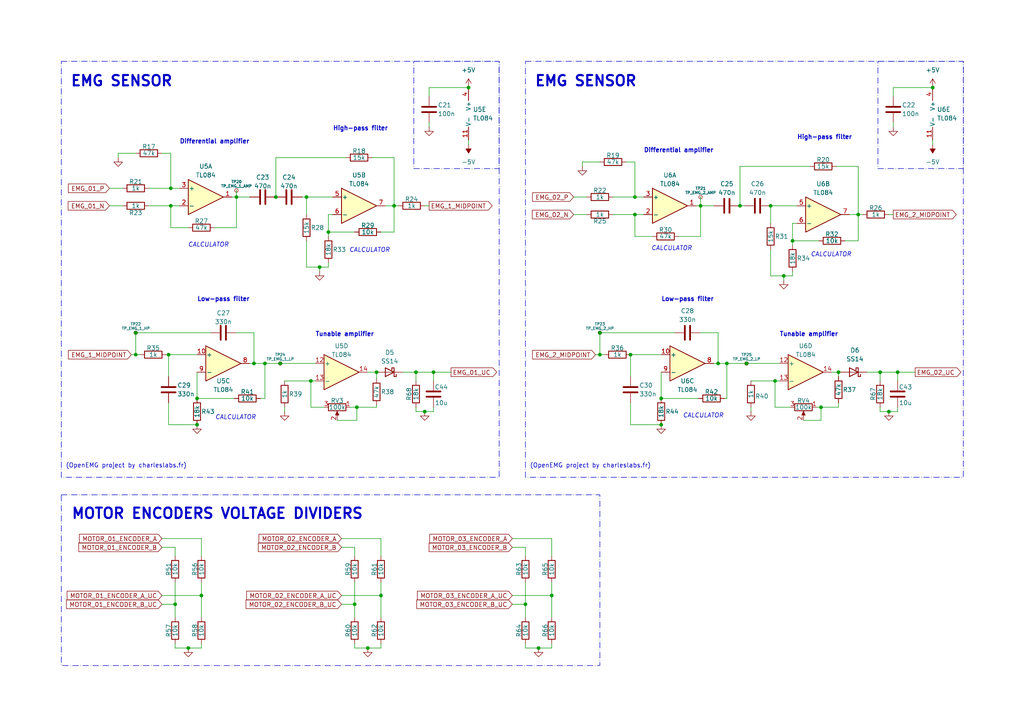
<source format=kicad_sch>
(kicad_sch (version 20231120) (generator "eeschema") (generator_version "8.0")
  (paper "A4")
  (title_block (title "OpenHand prosthetic hand controller project") (date "2024-01-31") (rev "v1.0") (comment 1 "Aleksa Heler"))
  (lib_symbols
    (symbol "Amplifier_Operational:LM324" (pin_names (offset 0.127))
      (property "Reference" "U" (at 0 5.08 0))
      (property "Value" "LM324" (at 0 -5.08 0))
      (symbol "LM324_1_1"
        (polyline (pts (xy -5.08 5.08) (xy 5.08 0) (xy -5.08 -5.08) (xy -5.08 5.08)) (stroke (width 0.254)) (fill (type background)))
        (pin output line (at 7.62 0 180) (length 2.54) (name "~") (number "1"))
        (pin input line (at -7.62 -2.54 0) (length 2.54) (name "-") (number "2"))
        (pin input line (at -7.62 2.54 0) (length 2.54) (name "+") (number "3"))
      )
      (symbol "LM324_2_1"
        (polyline (pts (xy -5.08 5.08) (xy 5.08 0) (xy -5.08 -5.08) (xy -5.08 5.08)) (stroke (width 0.254)) (fill (type background)))
        (pin input line (at -7.62 2.54 0) (length 2.54) (name "+") (number "5"))
        (pin input line (at -7.62 -2.54 0) (length 2.54) (name "-") (number "6"))
        (pin output line (at 7.62 0 180) (length 2.54) (name "~") (number "7"))
      )
      (symbol "LM324_3_1"
        (polyline (pts (xy -5.08 5.08) (xy 5.08 0) (xy -5.08 -5.08) (xy -5.08 5.08)) (stroke (width 0.254)) (fill (type background)))
        (pin input line (at -7.62 2.54 0) (length 2.54) (name "+") (number "10"))
        (pin output line (at 7.62 0 180) (length 2.54) (name "~") (number "8"))
        (pin input line (at -7.62 -2.54 0) (length 2.54) (name "-") (number "9"))
      )
      (symbol "LM324_4_1"
        (polyline (pts (xy -5.08 5.08) (xy 5.08 0) (xy -5.08 -5.08) (xy -5.08 5.08)) (stroke (width 0.254)) (fill (type background)))
        (pin input line (at -7.62 2.54 0) (length 2.54) (name "+") (number "12"))
        (pin input line (at -7.62 -2.54 0) (length 2.54) (name "-") (number "13"))
        (pin output line (at 7.62 0 180) (length 2.54) (name "~") (number "14"))
      )
      (symbol "LM324_5_1"
        (pin power_in line (at -2.54 -7.62 90) (length 3.81) (name "V-") (number "11"))
        (pin power_in line (at -2.54 7.62 270) (length 3.81) (name "V+") (number "4"))
      )
    )
    (symbol "Connector:TestPoint_Small" (pin_numbers hide) (pin_names (offset 0.762) hide)
      (property "Reference" "TP" (at 0 3.81 0))
      (property "Value" "TestPoint_Small" (at 0 2.032 0))
      (symbol "TestPoint_Small_0_1"
        (circle (center 0 0) (radius 0.508))
      )
      (symbol "TestPoint_Small_1_1"
        (pin passive line (at 0 0 90) (length 0) (name "1") (number "1"))
      )
    )
    (symbol "Device:C" (pin_numbers hide) (pin_names (offset 0.254))
      (property "Reference" "C" (at 0.635 2.54 0))
      (property "Value" "C" (at 0.635 -2.54 0))
      (symbol "C_0_1"
        (polyline (pts (xy -2.032 -0.762) (xy 2.032 -0.762)) (stroke (width 0.508)))
        (polyline (pts (xy -2.032 0.762) (xy 2.032 0.762)) (stroke (width 0.508)))
      )
      (symbol "C_1_1"
        (pin passive line (at 0 3.81 270) (length 2.794) (name "~") (number "1"))
        (pin passive line (at 0 -3.81 90) (length 2.794) (name "~") (number "2"))
      )
    )
    (symbol "Device:D_Schottky" (pin_numbers hide) (pin_names (offset 1.016) hide)
      (property "Reference" "D" (at 0 2.54 0))
      (property "Value" "D_Schottky" (at 0 -2.54 0))
      (symbol "D_Schottky_0_1"
        (polyline (pts (xy 1.27 0) (xy -1.27 0)))
        (polyline (pts (xy 1.27 1.27) (xy 1.27 -1.27) (xy -1.27 0) (xy 1.27 1.27)) (stroke (width 0.254)))
        (polyline (pts (xy -1.905 0.635) (xy -1.905 1.27) (xy -1.27 1.27) (xy -1.27 -1.27) (xy -0.635 -1.27) (xy -0.635 -0.635)) (stroke (width 0.254)))
      )
      (symbol "D_Schottky_1_1"
        (pin passive line (at -3.81 0 0) (length 2.54) (name "K") (number "1"))
        (pin passive line (at 3.81 0 180) (length 2.54) (name "A") (number "2"))
      )
    )
    (symbol "Device:R" (pin_numbers hide) (pin_names (offset 0))
      (property "Reference" "R" (at 2.032 0 90))
      (property "Value" "R" (at 0 0 90))
      (symbol "R_0_1"
        (rectangle (start -1.016 -2.54) (end 1.016 2.54) (stroke (width 0.254)))
      )
      (symbol "R_1_1"
        (pin passive line (at 0 3.81 270) (length 1.27) (name "~") (number "1"))
        (pin passive line (at 0 -3.81 90) (length 1.27) (name "~") (number "2"))
      )
    )
    (symbol "Device:R_Potentiometer" (pin_names (offset 1.016) hide)
      (property "Reference" "RV" (at -4.445 0 90))
      (property "Value" "R_Potentiometer" (at -2.54 0 90))
      (symbol "R_Potentiometer_0_1"
        (polyline (pts (xy 2.54 0) (xy 1.524 0)))
        (polyline (pts (xy 1.143 0) (xy 2.286 0.508) (xy 2.286 -0.508) (xy 1.143 0)) (fill (type outline)))
        (rectangle (start 1.016 2.54) (end -1.016 -2.54) (stroke (width 0.254)))
      )
      (symbol "R_Potentiometer_1_1"
        (pin passive line (at 0 3.81 270) (length 1.27) (name "1") (number "1"))
        (pin passive line (at 3.81 0 180) (length 1.27) (name "2") (number "2"))
        (pin passive line (at 0 -3.81 90) (length 1.27) (name "3") (number "3"))
      )
    )
    (symbol "power:+5V" (power) (pin_numbers hide) (pin_names (offset 0) hide)
      (property "Value" "+5V" (at 0 3.556 0))
      (symbol "+5V_0_1"
        (polyline (pts (xy -0.762 1.27) (xy 0 2.54)))
        (polyline (pts (xy 0 0) (xy 0 2.54)))
        (polyline (pts (xy 0 2.54) (xy 0.762 1.27)))
      )
      (symbol "+5V_1_1"
        (pin power_in line (at 0 0 90) (length 0) (name "~") (number "1"))
      )
    )
    (symbol "power:-5V" (power) (pin_names (offset 0))
      (property "Value" "-5V" (at 0 3.81 0))
      (symbol "-5V_0_0"
        (pin power_in line (at 0 0 90) (length 0) hide (name "-5V") (number "1"))
      )
      (symbol "-5V_0_1"
        (polyline (pts (xy 0 0) (xy 0 1.27) (xy 0.762 1.27) (xy 0 2.54) (xy -0.762 1.27) (xy 0 1.27)) (fill (type outline)))
      )
    )
    (symbol "power:GND" (power) (pin_numbers hide) (pin_names (offset 0) hide)
      (property "Value" "GND" (at 0 -3.81 0))
      (symbol "GND_0_1"
        (polyline (pts (xy 0 0) (xy 0 -1.27) (xy 1.27 -1.27) (xy 0 -2.54) (xy -1.27 -1.27) (xy 0 -1.27)))
      )
      (symbol "GND_1_1"
        (pin power_in line (at 0 0 270) (length 0) (name "~") (number "1"))
      )
    )
  )
  (junction (at 227.33 80.01))
  (junction (at 103.505 118.11))
  (junction (at 48.895 102.87))
  (junction (at 208.28 105.41))
  (junction (at 270.51 25.4))
  (junction (at 88.9 57.15))
  (junction (at 229.87 69.85))
  (junction (at 68.58 57.15))
  (junction (at 223.52 59.69))
  (junction (at 123.19 119.38))
  (junction (at 182.88 102.87))
  (junction (at 210.82 105.41))
  (junction (at 135.89 25.4))
  (junction (at 54.61 187.96))
  (junction (at 184.15 57.15))
  (junction (at 191.77 115.57))
  (junction (at 243.205 107.95))
  (junction (at 39.37 102.87))
  (junction (at 184.15 62.23))
  (junction (at 238.125 118.11))
  (junction (at 191.77 123.19))
  (junction (at 109.22 107.95))
  (junction (at 257.81 119.38))
  (junction (at 49.53 59.69))
  (junction (at 73.66 105.41))
  (junction (at 224.79 110.49))
  (junction (at 49.53 54.61))
  (junction (at 156.21 187.96))
  (junction (at 95.25 67.31))
  (junction (at 39.37 96.52))
  (junction (at 152.4 175.26))
  (junction (at 57.15 123.19))
  (junction (at 110.49 172.72))
  (junction (at 173.99 102.87))
  (junction (at 173.99 96.52))
  (junction (at 50.8 175.26))
  (junction (at 260.35 107.95))
  (junction (at 90.17 110.49))
  (junction (at 216.535 105.41))
  (junction (at 76.835 105.41))
  (junction (at 92.71 77.47))
  (junction (at 114.3 59.69))
  (junction (at 81.28 105.41))
  (junction (at 102.87 175.26))
  (junction (at 214.63 59.69))
  (junction (at 248.92 62.23))
  (junction (at 106.68 187.96))
  (junction (at 120.65 107.95))
  (junction (at 80.01 57.15))
  (junction (at 57.15 115.57))
  (junction (at 203.2 59.69))
  (junction (at 58.42 172.72))
  (junction (at 160.02 172.72))
  (junction (at 255.27 107.95))
  (junction (at 125.73 107.95))
  (wire (pts (xy 124.46 59.69) (xy 123.19 59.69)))
  (wire (pts (xy 39.37 102.87) (xy 40.64 102.87)))
  (wire (pts (xy 43.18 59.69) (xy 49.53 59.69)))
  (wire (pts (xy 207.01 105.41) (xy 208.28 105.41)))
  (wire (pts (xy 81.28 105.41) (xy 91.44 105.41)))
  (wire (pts (xy 148.59 156.21) (xy 160.02 156.21)))
  (wire (pts (xy 160.02 187.96) (xy 160.02 186.69)))
  (wire (pts (xy 223.52 80.01) (xy 227.33 80.01)))
  (wire (pts (xy 57.15 115.57) (xy 67.945 115.57)))
  (wire (pts (xy 46.99 44.45) (xy 49.53 44.45)))
  (wire (pts (xy 214.63 48.26) (xy 214.63 59.69)))
  (wire (pts (xy 102.87 186.69) (xy 102.87 187.96)))
  (wire (pts (xy 184.15 68.58) (xy 184.15 62.23)))
  (wire (pts (xy 166.37 62.23) (xy 170.18 62.23)))
  (wire (pts (xy 50.8 175.26) (xy 50.8 179.07)))
  (wire (pts (xy 87.63 57.15) (xy 88.9 57.15)))
  (wire (pts (xy 203.2 96.52) (xy 208.28 96.52)))
  (wire (pts (xy 238.125 118.11) (xy 243.205 118.11)))
  (wire (pts (xy 99.06 172.72) (xy 110.49 172.72)))
  (wire (pts (xy 120.65 107.95) (xy 125.73 107.95)))
  (wire (pts (xy 114.3 45.72) (xy 114.3 59.69)))
  (wire (pts (xy 156.21 187.96) (xy 160.02 187.96)))
  (wire (pts (xy 95.25 77.47) (xy 95.25 76.2)))
  (wire (pts (xy 99.06 158.75) (xy 102.87 158.75)))
  (wire (pts (xy 46.99 175.26) (xy 50.8 175.26)))
  (wire (pts (xy 102.87 175.26) (xy 102.87 179.07)))
  (wire (pts (xy 260.35 110.49) (xy 260.35 107.95)))
  (wire (pts (xy 184.15 62.23) (xy 186.69 62.23)))
  (wire (pts (xy 210.82 105.41) (xy 216.535 105.41)))
  (wire (pts (xy 72.39 105.41) (xy 73.66 105.41)))
  (wire (pts (xy 58.42 156.21) (xy 58.42 161.29)))
  (wire (pts (xy 259.08 62.23) (xy 257.81 62.23)))
  (wire (pts (xy 76.835 105.41) (xy 81.28 105.41)))
  (wire (pts (xy 259.08 25.4) (xy 270.51 25.4)))
  (wire (pts (xy 257.81 119.38) (xy 260.35 119.38)))
  (wire (pts (xy 246.38 62.23) (xy 248.92 62.23)))
  (wire (pts (xy 120.65 110.49) (xy 120.65 107.95)))
  (wire (pts (xy 106.68 107.95) (xy 109.22 107.95)))
  (wire (pts (xy 172.72 102.87) (xy 173.99 102.87)))
  (wire (pts (xy 48.895 109.22) (xy 48.895 102.87)))
  (wire (pts (xy 49.53 54.61) (xy 52.07 54.61)))
  (wire (pts (xy 203.2 59.69) (xy 201.93 59.69)))
  (wire (pts (xy 191.77 115.57) (xy 202.565 115.57)))
  (wire (pts (xy 38.1 102.87) (xy 39.37 102.87)))
  (wire (pts (xy 48.895 116.84) (xy 48.895 123.19)))
  (wire (pts (xy 110.49 187.96) (xy 110.49 186.69)))
  (wire (pts (xy 58.42 187.96) (xy 58.42 186.69)))
  (wire (pts (xy 68.58 57.15) (xy 67.31 57.15)))
  (wire (pts (xy 43.18 54.61) (xy 49.53 54.61)))
  (wire (pts (xy 166.37 57.15) (xy 170.18 57.15)))
  (wire (pts (xy 243.205 118.11) (xy 243.205 116.84)))
  (wire (pts (xy 208.28 96.52) (xy 208.28 105.41)))
  (wire (pts (xy 210.82 115.57) (xy 210.82 105.41)))
  (wire (pts (xy 92.71 77.47) (xy 95.25 77.47)))
  (wire (pts (xy 152.4 187.96) (xy 156.21 187.96)))
  (wire (pts (xy 110.49 172.72) (xy 110.49 179.07)))
  (wire (pts (xy 226.06 110.49) (xy 224.79 110.49)))
  (wire (pts (xy 48.895 102.87) (xy 48.26 102.87)))
  (wire (pts (xy 259.08 27.94) (xy 259.08 25.4)))
  (wire (pts (xy 50.8 187.96) (xy 54.61 187.96)))
  (wire (pts (xy 203.2 57.15) (xy 203.2 59.69)))
  (wire (pts (xy 248.92 62.23) (xy 250.19 62.23)))
  (wire (pts (xy 238.125 121.92) (xy 233.045 121.92)))
  (wire (pts (xy 31.75 59.69) (xy 35.56 59.69)))
  (wire (pts (xy 68.58 96.52) (xy 73.66 96.52)))
  (wire (pts (xy 46.99 156.21) (xy 58.42 156.21)))
  (wire (pts (xy 214.63 59.69) (xy 215.9 59.69)))
  (wire (pts (xy 255.27 119.38) (xy 257.81 119.38)))
  (wire (pts (xy 224.79 110.49) (xy 217.805 110.49)))
  (wire (pts (xy 245.11 69.85) (xy 248.92 69.85)))
  (wire (pts (xy 191.77 107.95) (xy 191.77 115.57)))
  (wire (pts (xy 260.35 107.95) (xy 265.43 107.95)))
  (wire (pts (xy 160.02 156.21) (xy 160.02 161.29)))
  (wire (pts (xy 255.27 118.11) (xy 255.27 119.38)))
  (wire (pts (xy 49.53 59.69) (xy 52.07 59.69)))
  (wire (pts (xy 260.35 118.11) (xy 260.35 119.38)))
  (wire (pts (xy 91.44 110.49) (xy 90.17 110.49)))
  (wire (pts (xy 109.22 107.95) (xy 109.22 109.855)))
  (wire (pts (xy 251.46 107.95) (xy 255.27 107.95)))
  (wire (pts (xy 238.125 118.11) (xy 238.125 121.92)))
  (wire (pts (xy 110.49 156.21) (xy 110.49 161.29)))
  (wire (pts (xy 101.6 118.11) (xy 103.505 118.11)))
  (wire (pts (xy 48.895 102.87) (xy 57.15 102.87)))
  (wire (pts (xy 135.89 40.64) (xy 135.89 41.91)))
  (wire (pts (xy 39.37 96.52) (xy 39.37 102.87)))
  (wire (pts (xy 103.505 118.11) (xy 109.22 118.11)))
  (wire (pts (xy 236.855 118.11) (xy 238.125 118.11)))
  (wire (pts (xy 82.55 118.11) (xy 82.55 119.38)))
  (wire (pts (xy 203.2 59.69) (xy 207.01 59.69)))
  (wire (pts (xy 88.9 57.15) (xy 96.52 57.15)))
  (wire (pts (xy 270.51 40.64) (xy 270.51 41.91)))
  (wire (pts (xy 195.58 96.52) (xy 173.99 96.52)))
  (wire (pts (xy 99.06 175.26) (xy 102.87 175.26)))
  (wire (pts (xy 177.8 62.23) (xy 184.15 62.23)))
  (wire (pts (xy 76.835 105.41) (xy 76.835 115.57)))
  (wire (pts (xy 216.535 105.41) (xy 226.06 105.41)))
  (wire (pts (xy 60.96 96.52) (xy 39.37 96.52)))
  (wire (pts (xy 160.02 172.72) (xy 160.02 179.07)))
  (wire (pts (xy 182.88 116.84) (xy 182.88 123.19)))
  (wire (pts (xy 102.87 158.75) (xy 102.87 161.29)))
  (wire (pts (xy 95.25 62.23) (xy 96.52 62.23)))
  (wire (pts (xy 125.73 110.49) (xy 125.73 107.95)))
  (wire (pts (xy 68.58 57.15) (xy 72.39 57.15)))
  (wire (pts (xy 46.99 158.75) (xy 50.8 158.75)))
  (wire (pts (xy 58.42 168.91) (xy 58.42 172.72)))
  (wire (pts (xy 223.52 59.69) (xy 223.52 64.77)))
  (wire (pts (xy 50.8 168.91) (xy 50.8 175.26)))
  (wire (pts (xy 248.92 48.26) (xy 248.92 62.23)))
  (wire (pts (xy 90.17 110.49) (xy 90.17 118.11)))
  (wire (pts (xy 227.33 81.28) (xy 227.33 80.01)))
  (wire (pts (xy 73.66 96.52) (xy 73.66 105.41)))
  (wire (pts (xy 210.82 105.41) (xy 208.28 105.41)))
  (wire (pts (xy 88.9 77.47) (xy 92.71 77.47)))
  (wire (pts (xy 248.92 69.85) (xy 248.92 62.23)))
  (wire (pts (xy 114.3 59.69) (xy 115.57 59.69)))
  (wire (pts (xy 173.99 102.87) (xy 175.26 102.87)))
  (wire (pts (xy 116.84 107.95) (xy 120.65 107.95)))
  (wire (pts (xy 110.49 168.91) (xy 110.49 172.72)))
  (wire (pts (xy 177.8 57.15) (xy 184.15 57.15)))
  (wire (pts (xy 234.95 48.26) (xy 214.63 48.26)))
  (wire (pts (xy 196.85 68.58) (xy 203.2 68.58)))
  (wire (pts (xy 148.59 172.72) (xy 160.02 172.72)))
  (wire (pts (xy 80.01 45.72) (xy 80.01 57.15)))
  (wire (pts (xy 229.87 80.01) (xy 229.87 78.74)))
  (wire (pts (xy 152.4 158.75) (xy 152.4 161.29)))
  (wire (pts (xy 58.42 172.72) (xy 58.42 179.07)))
  (wire (pts (xy 34.29 44.45) (xy 39.37 44.45)))
  (wire (pts (xy 203.2 68.58) (xy 203.2 59.69)))
  (wire (pts (xy 184.15 57.15) (xy 186.69 57.15)))
  (wire (pts (xy 152.4 168.91) (xy 152.4 175.26)))
  (wire (pts (xy 124.46 35.56) (xy 124.46 36.83)))
  (wire (pts (xy 168.91 46.99) (xy 173.99 46.99)))
  (wire (pts (xy 148.59 158.75) (xy 152.4 158.75)))
  (wire (pts (xy 229.87 71.12) (xy 229.87 69.85)))
  (wire (pts (xy 76.835 105.41) (xy 73.66 105.41)))
  (wire (pts (xy 103.505 118.11) (xy 103.505 121.92)))
  (wire (pts (xy 259.08 35.56) (xy 259.08 36.83)))
  (wire (pts (xy 173.99 96.52) (xy 173.99 102.87)))
  (wire (pts (xy 90.17 110.49) (xy 82.55 110.49)))
  (wire (pts (xy 243.84 107.95) (xy 243.205 107.95)))
  (wire (pts (xy 125.73 118.11) (xy 125.73 119.38)))
  (wire (pts (xy 111.76 59.69) (xy 114.3 59.69)))
  (wire (pts (xy 229.87 64.77) (xy 231.14 64.77)))
  (wire (pts (xy 217.805 118.11) (xy 217.805 119.38)))
  (wire (pts (xy 148.59 175.26) (xy 152.4 175.26)))
  (wire (pts (xy 48.895 123.19) (xy 57.15 123.19)))
  (wire (pts (xy 120.65 118.11) (xy 120.65 119.38)))
  (wire (pts (xy 182.88 123.19) (xy 191.77 123.19)))
  (wire (pts (xy 229.87 69.85) (xy 229.87 64.77)))
  (wire (pts (xy 46.99 172.72) (xy 58.42 172.72)))
  (wire (pts (xy 109.22 118.11) (xy 109.22 117.475)))
  (wire (pts (xy 62.23 66.04) (xy 68.58 66.04)))
  (wire (pts (xy 120.65 119.38) (xy 123.19 119.38)))
  (wire (pts (xy 57.15 107.95) (xy 57.15 115.57)))
  (wire (pts (xy 92.71 78.74) (xy 92.71 77.47)))
  (wire (pts (xy 88.9 69.85) (xy 88.9 77.47)))
  (wire (pts (xy 125.73 107.95) (xy 130.81 107.95)))
  (wire (pts (xy 223.52 72.39) (xy 223.52 80.01)))
  (wire (pts (xy 54.61 187.96) (xy 58.42 187.96)))
  (wire (pts (xy 102.87 168.91) (xy 102.87 175.26)))
  (wire (pts (xy 243.205 107.95) (xy 243.205 109.22)))
  (wire (pts (xy 107.95 45.72) (xy 114.3 45.72)))
  (wire (pts (xy 68.58 66.04) (xy 68.58 57.15)))
  (wire (pts (xy 68.58 55.245) (xy 68.58 57.15)))
  (wire (pts (xy 160.02 168.91) (xy 160.02 172.72)))
  (wire (pts (xy 229.87 69.85) (xy 237.49 69.85)))
  (wire (pts (xy 95.25 67.31) (xy 95.25 62.23)))
  (wire (pts (xy 242.57 48.26) (xy 248.92 48.26)))
  (wire (pts (xy 31.75 54.61) (xy 35.56 54.61)))
  (wire (pts (xy 152.4 175.26) (xy 152.4 179.07)))
  (wire (pts (xy 50.8 158.75) (xy 50.8 161.29)))
  (wire (pts (xy 99.06 156.21) (xy 110.49 156.21)))
  (wire (pts (xy 106.68 187.96) (xy 110.49 187.96)))
  (wire (pts (xy 110.49 67.31) (xy 114.3 67.31)))
  (wire (pts (xy 182.88 109.22) (xy 182.88 102.87)))
  (wire (pts (xy 49.53 44.45) (xy 49.53 54.61)))
  (wire (pts (xy 34.29 44.45) (xy 34.29 45.72)))
  (wire (pts (xy 93.98 118.11) (xy 90.17 118.11)))
  (wire (pts (xy 50.8 186.69) (xy 50.8 187.96)))
  (wire (pts (xy 54.61 66.04) (xy 49.53 66.04)))
  (wire (pts (xy 255.27 107.95) (xy 260.35 107.95)))
  (wire (pts (xy 255.27 110.49) (xy 255.27 107.95)))
  (wire (pts (xy 241.3 107.95) (xy 243.205 107.95)))
  (wire (pts (xy 103.505 121.92) (xy 97.79 121.92)))
  (wire (pts (xy 168.91 46.99) (xy 168.91 48.26)))
  (wire (pts (xy 114.3 67.31) (xy 114.3 59.69)))
  (wire (pts (xy 124.46 25.4) (xy 135.89 25.4)))
  (wire (pts (xy 123.19 119.38) (xy 125.73 119.38)))
  (wire (pts (xy 95.25 68.58) (xy 95.25 67.31)))
  (wire (pts (xy 95.25 67.31) (xy 102.87 67.31)))
  (wire (pts (xy 210.185 115.57) (xy 210.82 115.57)))
  (wire (pts (xy 229.235 118.11) (xy 224.79 118.11)))
  (wire (pts (xy 102.87 187.96) (xy 106.68 187.96)))
  (wire (pts (xy 124.46 27.94) (xy 124.46 25.4)))
  (wire (pts (xy 223.52 59.69) (xy 231.14 59.69)))
  (wire (pts (xy 75.565 115.57) (xy 76.835 115.57)))
  (wire (pts (xy 100.33 45.72) (xy 80.01 45.72)))
  (wire (pts (xy 224.79 110.49) (xy 224.79 118.11)))
  (wire (pts (xy 88.9 57.15) (xy 88.9 62.23)))
  (wire (pts (xy 181.61 46.99) (xy 184.15 46.99)))
  (wire (pts (xy 189.23 68.58) (xy 184.15 68.58)))
  (wire (pts (xy 227.33 80.01) (xy 229.87 80.01)))
  (wire (pts (xy 184.15 46.99) (xy 184.15 57.15)))
  (wire (pts (xy 182.88 102.87) (xy 191.77 102.87)))
  (wire (pts (xy 152.4 186.69) (xy 152.4 187.96)))
  (wire (pts (xy 49.53 66.04) (xy 49.53 59.69)))
  (rectangle (start 17.78 143.51) (end 173.99 193.04) (stroke (width 0) (type dash_dot)))
  (rectangle (start 152.4 17.78) (end 279.4 138.43) (stroke (width 0) (type dash_dot)))
  (rectangle (start 120.015 17.78) (end 144.78 48.895) (stroke (width 0) (type dash_dot)))
  (rectangle (start 254.635 17.78) (end 279.4 48.895) (stroke (width 0) (type dash_dot)))
  (rectangle (start 17.78 17.78) (end 144.78 138.43) (stroke (width 0) (type dash_dot)))
  (text "EMG SENSOR" (at 20.32 25.4 0) (effects (font (size 3 3) (thickness 0.6) (bold yes)) (justify left bottom)))
  (text "MOTOR ENCODERS VOLTAGE DIVIDERS" (at 20.574 150.876 0) (effects (font (size 3 3) (thickness 0.6) (bold yes)) (justify left bottom)))
  (text "EMG SENSOR" (at 154.94 25.4 0) (effects (font (size 3 3) (thickness 0.6) (bold yes)) (justify left bottom)))
  (text "Low-pass filter" (at 191.77 87.63 0) (effects (font (size 1.27 1.27) (thickness 0.254) (bold yes)) (justify left bottom)))
  (text "CALCULATOR" (at 107.188 72.644 0) (effects (font (size 1.27 1.27) (italic yes))))
  (text "CALCULATOR" (at 60.452 71.12 0) (effects (font (size 1.27 1.27) (italic yes))))
  (text "Differential amplifier" (at 186.69 44.45 0) (effects (font (size 1.27 1.27) (thickness 0.254) (bold yes)) (justify left bottom)))
  (text "(OpenEMG project by charleslabs.fr)" (at 19.05 135.89 0) (effects (font (size 1.27 1.27)) (justify left bottom)))
  (text "CALCULATOR" (at 203.962 120.65 0) (effects (font (size 1.27 1.27) (italic yes))))
  (text "CALCULATOR" (at 241.046 73.914 0) (effects (font (size 1.27 1.27) (italic yes))))
  (text "High-pass filter" (at 231.14 40.64 0) (effects (font (size 1.27 1.27) (thickness 0.254) (bold yes)) (justify left bottom)))
  (text "Tunable amplifier" (at 226.06 97.79 0) (effects (font (size 1.27 1.27) (thickness 0.254) (bold yes)) (justify left bottom)))
  (text "High-pass filter" (at 96.52 38.1 0) (effects (font (size 1.27 1.27) (thickness 0.254) (bold yes)) (justify left bottom)))
  (text "(OpenEMG project by charleslabs.fr)" (at 153.67 135.89 0) (effects (font (size 1.27 1.27)) (justify left bottom)))
  (text "Differential amplifier" (at 52.07 41.91 0) (effects (font (size 1.27 1.27) (thickness 0.254) (bold yes)) (justify left bottom)))
  (text "CALCULATOR" (at 194.818 72.136 0) (effects (font (size 1.27 1.27) (italic yes))))
  (text "Low-pass filter" (at 57.15 87.63 0) (effects (font (size 1.27 1.27) (thickness 0.254) (bold yes)) (justify left bottom)))
  (text "CALCULATOR" (at 68.326 121.158 0) (effects (font (size 1.27 1.27) (italic yes))))
  (text "Tunable amplifier" (at 91.44 97.79 0) (effects (font (size 1.27 1.27) (thickness 0.254) (bold yes)) (justify left bottom)))
  (global_label "EMG_1_MIDPOINT" (shape output) (at 124.46 59.69 0) (property "Intersheetrefs" "${INTERSHEET_REFS}" (effects (hide yes))))
  (global_label "EMG_01_P" (shape input) (at 31.75 54.61 180) (property "Intersheetrefs" "${INTERSHEET_REFS}" (effects (hide yes))))
  (global_label "MOTOR_02_ENCODER_A" (shape input) (at 99.06 156.21 180) (property "Intersheetrefs" "${INTERSHEET_REFS}" (effects (hide yes))))
  (global_label "MOTOR_01_ENCODER_A_UC" (shape input) (at 46.99 172.72 180) (property "Intersheetrefs" "${INTERSHEET_REFS}" (effects (hide yes))))
  (global_label "EMG_01_UC" (shape output) (at 130.81 107.95 0) (property "Intersheetrefs" "${INTERSHEET_REFS}" (effects (hide yes))))
  (global_label "MOTOR_01_ENCODER_B_UC" (shape input) (at 46.99 175.26 180) (property "Intersheetrefs" "${INTERSHEET_REFS}" (effects (hide yes))))
  (global_label "MOTOR_03_ENCODER_B" (shape input) (at 148.59 158.75 180) (property "Intersheetrefs" "${INTERSHEET_REFS}" (effects (hide yes))))
  (global_label "EMG_02_N" (shape input) (at 166.37 62.23 180) (property "Intersheetrefs" "${INTERSHEET_REFS}" (effects (hide yes))))
  (global_label "EMG_2_MIDPOINT" (shape input) (at 172.72 102.87 180) (property "Intersheetrefs" "${INTERSHEET_REFS}" (effects (hide yes))))
  (global_label "EMG_2_MIDPOINT" (shape output) (at 259.08 62.23 0) (property "Intersheetrefs" "${INTERSHEET_REFS}" (effects (hide yes))))
  (global_label "MOTOR_03_ENCODER_A_UC" (shape input) (at 148.59 172.72 180) (property "Intersheetrefs" "${INTERSHEET_REFS}" (effects (hide yes))))
  (global_label "EMG_02_UC" (shape output) (at 265.43 107.95 0) (property "Intersheetrefs" "${INTERSHEET_REFS}" (effects (hide yes))))
  (global_label "MOTOR_01_ENCODER_A" (shape input) (at 46.99 156.21 180) (property "Intersheetrefs" "${INTERSHEET_REFS}" (effects (hide yes))))
  (global_label "EMG_1_MIDPOINT" (shape input) (at 38.1 102.87 180) (property "Intersheetrefs" "${INTERSHEET_REFS}" (effects (hide yes))))
  (global_label "EMG_02_P" (shape input) (at 166.37 57.15 180) (property "Intersheetrefs" "${INTERSHEET_REFS}" (effects (hide yes))))
  (global_label "MOTOR_02_ENCODER_B" (shape input) (at 99.06 158.75 180) (property "Intersheetrefs" "${INTERSHEET_REFS}" (effects (hide yes))))
  (global_label "EMG_01_N" (shape input) (at 31.75 59.69 180) (property "Intersheetrefs" "${INTERSHEET_REFS}" (effects (hide yes))))
  (global_label "MOTOR_03_ENCODER_B_UC" (shape input) (at 148.59 175.26 180) (property "Intersheetrefs" "${INTERSHEET_REFS}" (effects (hide yes))))
  (global_label "MOTOR_02_ENCODER_B_UC" (shape input) (at 99.06 175.26 180) (property "Intersheetrefs" "${INTERSHEET_REFS}" (effects (hide yes))))
  (global_label "MOTOR_03_ENCODER_A" (shape input) (at 148.59 156.21 180) (property "Intersheetrefs" "${INTERSHEET_REFS}" (effects (hide yes))))
  (global_label "MOTOR_02_ENCODER_A_UC" (shape input) (at 99.06 172.72 180) (property "Intersheetrefs" "${INTERSHEET_REFS}" (effects (hide yes))))
  (global_label "MOTOR_01_ENCODER_B" (shape input) (at 46.99 158.75 180) (property "Intersheetrefs" "${INTERSHEET_REFS}" (effects (hide yes))))
  (symbol (lib_id "Amplifier_Operational:LM324") (at 233.68 107.95 0) (unit 4)
    (property "Reference" "U6" (at 233.68 100.33 0))
    (property "Value" "TL084" (at 233.68 102.87 0))
    (property "Footprint" "Package_SO:SO-14_5.3x10.2mm_P1.27mm" (effects (hide yes)))
    (property "Datasheet" "http://www.ti.com/lit/ds/symlink/lm2902-n.pdf" (effects (hide yes)))
  )
  (symbol (lib_id "power:+5V") (at 270.51 25.4 0) (unit 1)
    (property "Reference" "#PWR053" (effects (hide yes)))
    (property "Value" "+5V" (at 270.51 20.32 0))
    (property "Description" "Power symbol creates a global label with name \"+5V\"" (effects (hide yes)))
  )
  (symbol (lib_id "Device:R") (at 82.55 114.3 0) (unit 1)
    (property "Reference" "R39" (at 85.725 114.3 0))
    (property "Value" "1k" (at 82.55 114.3 90))
    (property "Footprint" "Resistor_SMD:R_0805_2012Metric" (effects (hide yes)))
  )
  (symbol (lib_id "Device:C") (at 182.88 113.03 180) (unit 1)
    (property "Reference" "C30" (at 185.42 111.76 0) (effects (justify right)))
    (property "Value" "330n" (at 185.42 114.3 0) (effects (justify right)))
    (property "Footprint" "Capacitor_SMD:C_0805_2012Metric" (effects (hide yes)))
  )
  (symbol (lib_id "Amplifier_Operational:LM324") (at 64.77 105.41 0) (unit 3)
    (property "Reference" "U5" (at 64.77 110.49 0))
    (property "Value" "TL084" (at 64.77 113.03 0))
    (property "Footprint" "Package_SO:SO-14_5.3x10.2mm_P1.27mm" (effects (hide yes)))
    (property "Datasheet" "http://www.ti.com/lit/ds/symlink/lm2902-n.pdf" (effects (hide yes)))
  )
  (symbol (lib_id "Device:R") (at 206.375 115.57 90) (unit 1)
    (property "Reference" "R42" (at 206.375 113.665 90))
    (property "Value" "10k" (at 206.375 115.57 90))
    (property "Footprint" "Resistor_SMD:R_0805_2012Metric" (effects (hide yes)))
  )
  (symbol (lib_id "Device:R") (at 102.87 165.1 180) (unit 1)
    (property "Reference" "R59" (at 100.965 165.1 90))
    (property "Value" "10k" (at 102.87 165.1 90))
    (property "Footprint" "Resistor_SMD:R_0805_2012Metric" (effects (hide yes)))
  )
  (symbol (lib_id "power:GND") (at 259.08 36.83 0) (unit 1)
    (property "Reference" "#PWR055" (effects (hide yes)))
    (property "Value" "GND" (effects (hide yes)))
    (property "Description" "Power symbol creates a global label with name \"GND\" , ground" (effects (hide yes)))
  )
  (symbol (lib_id "Device:C") (at 48.895 113.03 180) (unit 1)
    (property "Reference" "C29" (at 51.435 111.76 0) (effects (justify right)))
    (property "Value" "330n" (at 51.435 114.3 0) (effects (justify right)))
    (property "Footprint" "Capacitor_SMD:C_0805_2012Metric" (effects (hide yes)))
  )
  (symbol (lib_id "power:GND") (at 191.77 123.19 0) (unit 1)
    (property "Reference" "#PWR065" (effects (hide yes)))
    (property "Value" "GND" (effects (hide yes)))
    (property "Description" "Power symbol creates a global label with name \"GND\" , ground" (effects (hide yes)))
  )
  (symbol (lib_id "Connector:TestPoint_Small") (at 39.37 96.52 180) (unit 1)
    (property "Reference" "TP22" (at 39.37 93.98 0) (effects (font (size 0.8 0.8))))
    (property "Value" "TP_EMG_1_HP" (at 39.37 95.25 0) (effects (font (size 0.8 0.8))))
    (property "Footprint" "TestPoint:TestPoint_Pad_D1.0mm" (effects (hide yes)))
  )
  (symbol (lib_id "Device:C") (at 124.46 31.75 0) (unit 1)
    (property "Reference" "C21" (at 127 30.48 0) (effects (justify left)))
    (property "Value" "100n" (at 127 33.02 0) (effects (justify left)))
    (property "Footprint" "Capacitor_SMD:C_0805_2012Metric" (effects (hide yes)))
  )
  (symbol (lib_id "Device:D_Schottky") (at 247.65 107.95 180) (unit 1)
    (property "Reference" "D6" (at 247.9675 101.6 0))
    (property "Value" "SS14" (at 247.9675 104.14 0))
    (property "Footprint" "Diode_SMD:D_SOD-123" (effects (hide yes)))
  )
  (symbol (lib_id "Device:R") (at 119.38 59.69 90) (unit 1)
    (property "Reference" "R24" (at 119.38 57.785 90))
    (property "Value" "1k" (at 119.38 59.69 90))
    (property "Footprint" "Resistor_SMD:R_0805_2012Metric" (effects (hide yes)))
  )
  (symbol (lib_id "Device:R") (at 50.8 165.1 180) (unit 1)
    (property "Reference" "R51" (at 48.895 165.1 90))
    (property "Value" "10k" (at 50.8 165.1 90))
    (property "Footprint" "Resistor_SMD:R_0805_2012Metric" (effects (hide yes)))
  )
  (symbol (lib_id "Device:R") (at 102.87 182.88 180) (unit 1)
    (property "Reference" "R60" (at 100.965 182.88 90))
    (property "Value" "10k" (at 102.87 182.88 90))
    (property "Footprint" "Resistor_SMD:R_0805_2012Metric" (effects (hide yes)))
  )
  (symbol (lib_id "Device:R") (at 106.68 67.31 90) (unit 1)
    (property "Reference" "R29" (at 106.68 65.405 90))
    (property "Value" "10k" (at 106.68 67.31 90))
    (property "Footprint" "Resistor_SMD:R_0805_2012Metric" (effects (hide yes)))
  )
  (symbol (lib_id "power:GND") (at 257.81 119.38 0) (unit 1)
    (property "Reference" "#PWR095" (effects (hide yes)))
    (property "Value" "GND" (effects (hide yes)))
    (property "Description" "Power symbol creates a global label with name \"GND\" , ground" (effects (hide yes)))
  )
  (symbol (lib_id "power:GND") (at 168.91 48.26 0) (unit 1)
    (property "Reference" "#PWR059" (effects (hide yes)))
    (property "Value" "GND" (effects (hide yes)))
    (property "Description" "Power symbol creates a global label with name \"GND\" , ground" (effects (hide yes)))
  )
  (symbol (lib_id "Device:R") (at 110.49 182.88 180) (unit 1)
    (property "Reference" "R62" (at 108.585 182.88 90))
    (property "Value" "10k" (at 110.49 182.88 90))
    (property "Footprint" "Resistor_SMD:R_0805_2012Metric" (effects (hide yes)))
  )
  (symbol (lib_id "Device:D_Schottky") (at 113.03 107.95 180) (unit 1)
    (property "Reference" "D5" (at 113.03 102.235 0))
    (property "Value" "SS14" (at 113.03 104.775 0))
    (property "Footprint" "Diode_SMD:D_SOD-123" (effects (hide yes)))
  )
  (symbol (lib_id "Amplifier_Operational:LM324") (at 194.31 59.69 0) (unit 1)
    (property "Reference" "U6" (at 194.31 50.8 0))
    (property "Value" "TL084" (at 194.31 53.34 0))
    (property "Footprint" "Package_SO:SO-14_5.3x10.2mm_P1.27mm" (effects (hide yes)))
    (property "Datasheet" "http://www.ti.com/lit/ds/symlink/lm2902-n.pdf" (effects (hide yes)))
  )
  (symbol (lib_id "Amplifier_Operational:LM324") (at 104.14 59.69 0) (unit 2)
    (property "Reference" "U5" (at 104.14 50.8 0))
    (property "Value" "TL084" (at 104.14 53.34 0))
    (property "Footprint" "Package_SO:SO-14_5.3x10.2mm_P1.27mm" (effects (hide yes)))
    (property "Datasheet" "http://www.ti.com/lit/ds/symlink/lm2902-n.pdf" (effects (hide yes)))
  )
  (symbol (lib_id "Connector:TestPoint_Small") (at 81.28 105.41 180) (unit 1)
    (property "Reference" "TP24" (at 81.28 102.87 0) (effects (font (size 0.8 0.8))))
    (property "Value" "TP_EMG_1_LP" (at 81.28 104.14 0) (effects (font (size 0.8 0.8))))
    (property "Footprint" "TestPoint:TestPoint_Pad_D1.0mm" (effects (hide yes)))
  )
  (symbol (lib_id "Amplifier_Operational:LM324") (at 199.39 105.41 0) (unit 3)
    (property "Reference" "U6" (at 199.39 110.49 0))
    (property "Value" "TL084" (at 199.39 113.03 0))
    (property "Footprint" "Package_SO:SO-14_5.3x10.2mm_P1.27mm" (effects (hide yes)))
    (property "Datasheet" "http://www.ti.com/lit/ds/symlink/lm2902-n.pdf" (effects (hide yes)))
  )
  (symbol (lib_id "Device:C") (at 219.71 59.69 90) (unit 1)
    (property "Reference" "C26" (at 219.71 53.34 90))
    (property "Value" "470n" (at 219.71 55.88 90))
    (property "Footprint" "Capacitor_SMD:C_0805_2012Metric" (effects (hide yes)))
  )
  (symbol (lib_id "Device:R") (at 58.42 182.88 180) (unit 1)
    (property "Reference" "R58" (at 56.515 182.88 90))
    (property "Value" "10k" (at 58.42 182.88 90))
    (property "Footprint" "Resistor_SMD:R_0805_2012Metric" (effects (hide yes)))
  )
  (symbol (lib_id "Device:R") (at 152.4 182.88 180) (unit 1)
    (property "Reference" "R64" (at 150.495 182.88 90))
    (property "Value" "10k" (at 152.4 182.88 90))
    (property "Footprint" "Resistor_SMD:R_0805_2012Metric" (effects (hide yes)))
  )
  (symbol (lib_id "Amplifier_Operational:LM324") (at 59.69 57.15 0) (unit 1)
    (property "Reference" "U5" (at 59.69 48.26 0))
    (property "Value" "TL084" (at 59.69 50.8 0))
    (property "Footprint" "Package_SO:SO-14_5.3x10.2mm_P1.27mm" (effects (hide yes)))
    (property "Datasheet" "http://www.ti.com/lit/ds/symlink/lm2902-n.pdf" (effects (hide yes)))
  )
  (symbol (lib_id "Device:R") (at 39.37 54.61 270) (unit 1)
    (property "Reference" "R21" (at 39.37 52.705 90))
    (property "Value" "1k" (at 39.37 54.61 90))
    (property "Footprint" "Resistor_SMD:R_0805_2012Metric" (effects (hide yes)))
  )
  (symbol (lib_id "Device:R_Potentiometer") (at 97.79 118.11 270) (unit 1)
    (property "Reference" "RV3" (at 97.79 116.205 90))
    (property "Value" "100k" (at 97.79 118.11 90))
    (property "Footprint" "Potentiometer_SMD:Potentiometer_Vishay_TS53YJ_Vertical" (effects (hide yes)))
  )
  (symbol (lib_id "Device:R") (at 238.76 48.26 90) (unit 1)
    (property "Reference" "R20" (at 238.76 46.355 90))
    (property "Value" "15k" (at 238.76 48.26 90))
    (property "Footprint" "Resistor_SMD:R_0805_2012Metric" (effects (hide yes)))
  )
  (symbol (lib_id "power:GND") (at 217.805 119.38 0) (unit 1)
    (property "Reference" "#PWR063" (effects (hide yes)))
    (property "Value" "GND" (effects (hide yes)))
    (property "Description" "Power symbol creates a global label with name \"GND\" , ground" (effects (hide yes)))
  )
  (symbol (lib_id "Amplifier_Operational:LM324") (at 273.05 33.02 0) (unit 5)
    (property "Reference" "U6" (at 271.78 31.75 0) (effects (justify left)))
    (property "Value" "TL084" (at 271.78 34.29 0) (effects (justify left)))
    (property "Footprint" "Package_SO:SO-14_5.3x10.2mm_P1.27mm" (effects (hide yes)))
    (property "Datasheet" "http://www.ti.com/lit/ds/symlink/lm2902-n.pdf" (effects (hide yes)))
  )
  (symbol (lib_id "power:GND") (at 124.46 36.83 0) (unit 1)
    (property "Reference" "#PWR054" (effects (hide yes)))
    (property "Value" "GND" (effects (hide yes)))
    (property "Description" "Power symbol creates a global label with name \"GND\" , ground" (effects (hide yes)))
  )
  (symbol (lib_id "Device:R") (at 229.87 74.93 0) (unit 1)
    (property "Reference" "R34" (at 233.045 74.93 0))
    (property "Value" "18k" (at 229.87 74.93 90))
    (property "Footprint" "Resistor_SMD:R_0805_2012Metric" (effects (hide yes)))
  )
  (symbol (lib_id "power:GND") (at 156.21 187.96 0) (unit 1)
    (property "Reference" "#PWR032" (effects (hide yes)))
    (property "Value" "GND" (effects (hide yes)))
    (property "Description" "Power symbol creates a global label with name \"GND\" , ground" (effects (hide yes)))
  )
  (symbol (lib_id "Device:R") (at 109.22 113.665 0) (unit 1)
    (property "Reference" "R38" (at 112.395 113.665 0))
    (property "Value" "47k" (at 109.22 113.665 90))
    (property "Footprint" "Resistor_SMD:R_0805_2012Metric" (effects (hide yes)))
  )
  (symbol (lib_id "Device:R") (at 160.02 165.1 180) (unit 1)
    (property "Reference" "R65" (at 158.115 165.1 90))
    (property "Value" "10k" (at 160.02 165.1 90))
    (property "Footprint" "Resistor_SMD:R_0805_2012Metric" (effects (hide yes)))
  )
  (symbol (lib_id "Device:R") (at 104.14 45.72 90) (unit 1)
    (property "Reference" "R18" (at 104.14 43.815 90))
    (property "Value" "15k" (at 104.14 45.72 90))
    (property "Footprint" "Resistor_SMD:R_0805_2012Metric" (effects (hide yes)))
  )
  (symbol (lib_id "Device:R") (at 179.07 102.87 90) (unit 1)
    (property "Reference" "R36" (at 179.07 100.965 90))
    (property "Value" "1k" (at 179.07 102.87 90))
    (property "Footprint" "Resistor_SMD:R_0805_2012Metric" (effects (hide yes)))
  )
  (symbol (lib_id "power:GND") (at 106.68 187.96 0) (unit 1)
    (property "Reference" "#PWR031" (effects (hide yes)))
    (property "Value" "GND" (effects (hide yes)))
    (property "Description" "Power symbol creates a global label with name \"GND\" , ground" (effects (hide yes)))
  )
  (symbol (lib_id "Device:R") (at 254 62.23 90) (unit 1)
    (property "Reference" "R26" (at 254 60.325 90))
    (property "Value" "1k" (at 254 62.23 90))
    (property "Footprint" "Resistor_SMD:R_0805_2012Metric" (effects (hide yes)))
  )
  (symbol (lib_id "Device:R") (at 223.52 68.58 0) (unit 1)
    (property "Reference" "R31" (at 226.695 68.58 0))
    (property "Value" "15k" (at 223.52 68.58 90))
    (property "Footprint" "Resistor_SMD:R_0805_2012Metric" (effects (hide yes)))
  )
  (symbol (lib_id "Device:R") (at 193.04 68.58 90) (unit 1)
    (property "Reference" "R30" (at 193.04 66.675 90))
    (property "Value" "47k" (at 193.04 68.58 90))
    (property "Footprint" "Resistor_SMD:R_0805_2012Metric" (effects (hide yes)))
  )
  (symbol (lib_id "Device:R") (at 241.3 69.85 90) (unit 1)
    (property "Reference" "R32" (at 241.3 67.945 90))
    (property "Value" "10k" (at 241.3 69.85 90))
    (property "Footprint" "Resistor_SMD:R_0805_2012Metric" (effects (hide yes)))
  )
  (symbol (lib_id "Device:R") (at 58.42 66.04 90) (unit 1)
    (property "Reference" "R27" (at 58.42 64.135 90))
    (property "Value" "47k" (at 58.42 66.04 90))
    (property "Footprint" "Resistor_SMD:R_0805_2012Metric" (effects (hide yes)))
  )
  (symbol (lib_id "Connector:TestPoint_Small") (at 216.535 105.41 180) (unit 1)
    (property "Reference" "TP25" (at 216.535 102.87 0) (effects (font (size 0.8 0.8))))
    (property "Value" "TP_EMG_2_LP" (at 216.535 104.14 0) (effects (font (size 0.8 0.8))))
    (property "Footprint" "TestPoint:TestPoint_Pad_D1.0mm" (effects (hide yes)))
  )
  (symbol (lib_id "Device:R") (at 88.9 66.04 0) (unit 1)
    (property "Reference" "R28" (at 92.075 66.04 0))
    (property "Value" "15k" (at 88.9 66.04 90))
    (property "Footprint" "Resistor_SMD:R_0805_2012Metric" (effects (hide yes)))
  )
  (symbol (lib_id "Device:R") (at 152.4 165.1 180) (unit 1)
    (property "Reference" "R63" (at 150.495 165.1 90))
    (property "Value" "10k" (at 152.4 165.1 90))
    (property "Footprint" "Resistor_SMD:R_0805_2012Metric" (effects (hide yes)))
  )
  (symbol (lib_id "Device:C") (at 83.82 57.15 90) (unit 1)
    (property "Reference" "C24" (at 83.82 51.435 90))
    (property "Value" "470n" (at 83.82 53.975 90))
    (property "Footprint" "Capacitor_SMD:C_0805_2012Metric" (effects (hide yes)))
  )
  (symbol (lib_id "power:GND") (at 54.61 187.96 0) (unit 1)
    (property "Reference" "#PWR030" (effects (hide yes)))
    (property "Value" "GND" (effects (hide yes)))
    (property "Description" "Power symbol creates a global label with name \"GND\" , ground" (effects (hide yes)))
  )
  (symbol (lib_id "power:-5V") (at 270.51 41.91 180) (unit 1)
    (property "Reference" "#PWR057" (effects (hide yes)))
    (property "Value" "-5V" (at 270.51 46.99 0))
  )
  (symbol (lib_id "Device:R") (at 120.65 114.3 0) (unit 1)
    (property "Reference" "R68" (at 118.618 114.3 90))
    (property "Value" "18k" (at 120.65 114.3 90))
    (property "Footprint" "Resistor_SMD:R_0805_2012Metric" (effects (hide yes)))
  )
  (symbol (lib_id "Device:R") (at 50.8 182.88 180) (unit 1)
    (property "Reference" "R57" (at 48.895 182.88 90))
    (property "Value" "10k" (at 50.8 182.88 90))
    (property "Footprint" "Resistor_SMD:R_0805_2012Metric" (effects (hide yes)))
  )
  (symbol (lib_id "Device:C") (at 64.77 96.52 90) (unit 1)
    (property "Reference" "C27" (at 64.77 90.805 90))
    (property "Value" "330n" (at 64.77 93.345 90))
    (property "Footprint" "Capacitor_SMD:C_0805_2012Metric" (effects (hide yes)))
  )
  (symbol (lib_id "power:GND") (at 57.15 123.19 0) (unit 1)
    (property "Reference" "#PWR064" (effects (hide yes)))
    (property "Value" "GND" (effects (hide yes)))
    (property "Description" "Power symbol creates a global label with name \"GND\" , ground" (effects (hide yes)))
  )
  (symbol (lib_id "Device:R") (at 71.755 115.57 90) (unit 1)
    (property "Reference" "R41" (at 71.755 113.665 90))
    (property "Value" "10k" (at 71.755 115.57 90))
    (property "Footprint" "Resistor_SMD:R_0805_2012Metric" (effects (hide yes)))
  )
  (symbol (lib_id "Device:C") (at 199.39 96.52 90) (unit 1)
    (property "Reference" "C28" (at 199.39 90.17 90))
    (property "Value" "330n" (at 199.39 92.71 90))
    (property "Footprint" "Capacitor_SMD:C_0805_2012Metric" (effects (hide yes)))
  )
  (symbol (lib_id "power:GND") (at 34.29 45.72 0) (unit 1)
    (property "Reference" "#PWR058" (effects (hide yes)))
    (property "Value" "GND" (effects (hide yes)))
    (property "Description" "Power symbol creates a global label with name \"GND\" , ground" (effects (hide yes)))
  )
  (symbol (lib_id "Device:C") (at 125.73 114.3 0) (unit 1)
    (property "Reference" "C44" (at 128.016 112.268 0))
    (property "Value" "10u" (at 128.016 116.84 0))
    (property "Footprint" "Capacitor_SMD:C_0805_2012Metric" (effects (hide yes)))
  )
  (symbol (lib_id "Device:C") (at 259.08 31.75 0) (unit 1)
    (property "Reference" "C22" (at 261.62 30.48 0) (effects (justify left)))
    (property "Value" "100n" (at 261.62 33.02 0) (effects (justify left)))
    (property "Footprint" "Capacitor_SMD:C_0805_2012Metric" (effects (hide yes)))
  )
  (symbol (lib_id "Device:R") (at 255.27 114.3 0) (unit 1)
    (property "Reference" "R67" (at 253.238 114.3 90))
    (property "Value" "18k" (at 255.27 114.3 90))
    (property "Footprint" "Resistor_SMD:R_0805_2012Metric" (effects (hide yes)))
  )
  (symbol (lib_id "Device:R_Potentiometer") (at 233.045 118.11 270) (unit 1)
    (property "Reference" "RV4" (at 233.045 116.205 90))
    (property "Value" "100k" (at 233.045 118.11 90))
    (property "Footprint" "Potentiometer_SMD:Potentiometer_Vishay_TS53YJ_Vertical" (effects (hide yes)))
  )
  (symbol (lib_id "Device:R") (at 177.8 46.99 90) (unit 1)
    (property "Reference" "R19" (at 177.8 45.085 90))
    (property "Value" "47k" (at 177.8 46.99 90))
    (property "Footprint" "Resistor_SMD:R_0805_2012Metric" (effects (hide yes)))
  )
  (symbol (lib_id "power:GND") (at 227.33 81.28 0) (unit 1)
    (property "Reference" "#PWR061" (effects (hide yes)))
    (property "Value" "GND" (effects (hide yes)))
    (property "Description" "Power symbol creates a global label with name \"GND\" , ground" (effects (hide yes)))
  )
  (symbol (lib_id "Device:R") (at 95.25 72.39 0) (unit 1)
    (property "Reference" "R33" (at 98.425 72.39 0))
    (property "Value" "18k" (at 95.25 72.39 90))
    (property "Footprint" "Resistor_SMD:R_0805_2012Metric" (effects (hide yes)))
  )
  (symbol (lib_id "Device:C") (at 260.35 114.3 0) (unit 1)
    (property "Reference" "C43" (at 262.636 112.268 0))
    (property "Value" "10u" (at 262.636 116.84 0))
    (property "Footprint" "Capacitor_SMD:C_0805_2012Metric" (effects (hide yes)))
  )
  (symbol (lib_id "power:GND") (at 92.71 78.74 0) (unit 1)
    (property "Reference" "#PWR060" (effects (hide yes)))
    (property "Value" "GND" (effects (hide yes)))
    (property "Description" "Power symbol creates a global label with name \"GND\" , ground" (effects (hide yes)))
  )
  (symbol (lib_id "Connector:TestPoint_Small") (at 173.99 96.52 180) (unit 1)
    (property "Reference" "TP23" (at 173.99 93.98 0) (effects (font (size 0.8 0.8))))
    (property "Value" "TP_EMG_2_HP" (at 173.99 95.25 0) (effects (font (size 0.8 0.8))))
    (property "Footprint" "TestPoint:TestPoint_Pad_D1.0mm" (effects (hide yes)))
  )
  (symbol (lib_id "Amplifier_Operational:LM324") (at 238.76 62.23 0) (unit 2)
    (property "Reference" "U6" (at 238.76 53.34 0))
    (property "Value" "TL084" (at 238.76 55.88 0))
    (property "Footprint" "Package_SO:SO-14_5.3x10.2mm_P1.27mm" (effects (hide yes)))
    (property "Datasheet" "http://www.ti.com/lit/ds/symlink/lm2902-n.pdf" (effects (hide yes)))
  )
  (symbol (lib_id "Connector:TestPoint_Small") (at 68.58 55.245 180) (unit 1)
    (property "Reference" "TP20" (at 68.58 52.705 0) (effects (font (size 0.8 0.8))))
    (property "Value" "TP_EMG_1_AMP" (at 68.58 53.975 0) (effects (font (size 0.8 0.8))))
    (property "Footprint" "TestPoint:TestPoint_Pad_D1.0mm" (effects (hide yes)))
  )
  (symbol (lib_id "Amplifier_Operational:LM324") (at 99.06 107.95 0) (unit 4)
    (property "Reference" "U5" (at 99.06 100.33 0))
    (property "Value" "TL084" (at 99.06 102.87 0))
    (property "Footprint" "Package_SO:SO-14_5.3x10.2mm_P1.27mm" (effects (hide yes)))
    (property "Datasheet" "http://www.ti.com/lit/ds/symlink/lm2902-n.pdf" (effects (hide yes)))
  )
  (symbol (lib_id "power:-5V") (at 135.89 41.91 180) (unit 1)
    (property "Reference" "#PWR056" (effects (hide yes)))
    (property "Value" "-5V" (at 135.89 46.99 0))
  )
  (symbol (lib_id "power:GND") (at 123.19 119.38 0) (unit 1)
    (property "Reference" "#PWR0100" (effects (hide yes)))
    (property "Value" "GND" (effects (hide yes)))
    (property "Description" "Power symbol creates a global label with name \"GND\" , ground" (effects (hide yes)))
  )
  (symbol (lib_id "Device:R") (at 160.02 182.88 180) (unit 1)
    (property "Reference" "R66" (at 158.115 182.88 90))
    (property "Value" "10k" (at 160.02 182.88 90))
    (property "Footprint" "Resistor_SMD:R_0805_2012Metric" (effects (hide yes)))
  )
  (symbol (lib_id "Connector:TestPoint_Small") (at 203.2 57.15 180) (unit 1)
    (property "Reference" "TP21" (at 203.2 54.61 0) (effects (font (size 0.8 0.8))))
    (property "Value" "TP_EMG_2_AMP" (at 203.2 55.88 0) (effects (font (size 0.8 0.8))))
    (property "Footprint" "TestPoint:TestPoint_Pad_D1.0mm" (effects (hide yes)))
  )
  (symbol (lib_id "Device:C") (at 76.2 57.15 90) (unit 1)
    (property "Reference" "C23" (at 76.2 51.435 90))
    (property "Value" "470n" (at 76.2 53.975 90))
    (property "Footprint" "Capacitor_SMD:C_0805_2012Metric" (effects (hide yes)))
  )
  (symbol (lib_id "Device:R") (at 39.37 59.69 270) (unit 1)
    (property "Reference" "R23" (at 39.37 61.722 90))
    (property "Value" "1k" (at 39.37 59.69 90))
    (property "Footprint" "Resistor_SMD:R_0805_2012Metric" (effects (hide yes)))
  )
  (symbol (lib_id "Device:R") (at 217.805 114.3 0) (unit 1)
    (property "Reference" "R40" (at 220.98 114.935 0))
    (property "Value" "1k" (at 217.805 114.3 90))
    (property "Footprint" "Resistor_SMD:R_0805_2012Metric" (effects (hide yes)))
  )
  (symbol (lib_id "Amplifier_Operational:LM324") (at 138.43 33.02 0) (unit 5)
    (property "Reference" "U5" (at 137.16 31.75 0) (effects (justify left)))
    (property "Value" "TL084" (at 137.16 34.29 0) (effects (justify left)))
    (property "Footprint" "Package_SO:SO-14_5.3x10.2mm_P1.27mm" (effects (hide yes)))
    (property "Datasheet" "http://www.ti.com/lit/ds/symlink/lm2902-n.pdf" (effects (hide yes)))
  )
  (symbol (lib_id "Device:R") (at 173.99 57.15 270) (unit 1)
    (property "Reference" "R22" (at 173.99 55.245 90))
    (property "Value" "1k" (at 173.99 57.15 90))
    (property "Footprint" "Resistor_SMD:R_0805_2012Metric" (effects (hide yes)))
  )
  (symbol (lib_id "Device:R") (at 44.45 102.87 90) (unit 1)
    (property "Reference" "R35" (at 44.45 100.965 90))
    (property "Value" "1k" (at 44.45 102.87 90))
    (property "Footprint" "Resistor_SMD:R_0805_2012Metric" (effects (hide yes)))
  )
  (symbol (lib_id "power:+5V") (at 135.89 25.4 0) (unit 1)
    (property "Reference" "#PWR052" (effects (hide yes)))
    (property "Value" "+5V" (at 135.89 20.32 0))
    (property "Description" "Power symbol creates a global label with name \"+5V\"" (effects (hide yes)))
  )
  (symbol (lib_id "Device:R") (at 57.15 119.38 0) (unit 1)
    (property "Reference" "R43" (at 60.325 119.38 0))
    (property "Value" "18k" (at 57.15 119.38 90))
    (property "Footprint" "Resistor_SMD:R_0805_2012Metric" (effects (hide yes)))
  )
  (symbol (lib_id "Device:R") (at 191.77 119.38 0) (unit 1)
    (property "Reference" "R44" (at 194.945 119.38 0))
    (property "Value" "18k" (at 191.77 119.38 90))
    (property "Footprint" "Resistor_SMD:R_0805_2012Metric" (effects (hide yes)))
  )
  (symbol (lib_id "Device:R") (at 43.18 44.45 90) (unit 1)
    (property "Reference" "R17" (at 43.18 42.545 90))
    (property "Value" "47k" (at 43.18 44.45 90))
    (property "Footprint" "Resistor_SMD:R_0805_2012Metric" (effects (hide yes)))
  )
  (symbol (lib_id "Device:R") (at 173.99 62.23 270) (unit 1)
    (property "Reference" "R25" (at 173.99 64.135 90))
    (property "Value" "1k" (at 173.99 62.23 90))
    (property "Footprint" "Resistor_SMD:R_0805_2012Metric" (effects (hide yes)))
  )
  (symbol (lib_id "Device:R") (at 110.49 165.1 180) (unit 1)
    (property "Reference" "R61" (at 108.585 165.1 90))
    (property "Value" "10k" (at 110.49 165.1 90))
    (property "Footprint" "Resistor_SMD:R_0805_2012Metric" (effects (hide yes)))
  )
  (symbol (lib_id "power:GND") (at 82.55 119.38 0) (unit 1)
    (property "Reference" "#PWR062" (effects (hide yes)))
    (property "Value" "GND" (effects (hide yes)))
    (property "Description" "Power symbol creates a global label with name \"GND\" , ground" (effects (hide yes)))
  )
  (symbol (lib_id "Device:R") (at 58.42 165.1 180) (unit 1)
    (property "Reference" "R56" (at 56.515 165.1 90))
    (property "Value" "10k" (at 58.42 165.1 90))
    (property "Footprint" "Resistor_SMD:R_0805_2012Metric" (effects (hide yes)))
  )
  (symbol (lib_id "Device:C") (at 210.82 59.69 90) (unit 1)
    (property "Reference" "C25" (at 210.82 53.34 90))
    (property "Value" "470n" (at 210.82 55.88 90))
    (property "Footprint" "Capacitor_SMD:C_0805_2012Metric" (effects (hide yes)))
  )
  (symbol (lib_id "Device:R") (at 243.205 113.03 0) (unit 1)
    (property "Reference" "R37" (at 246.38 113.03 0))
    (property "Value" "47k" (at 243.205 113.03 90))
    (property "Footprint" "Resistor_SMD:R_0805_2012Metric" (effects (hide yes)))
  )
)
</source>
